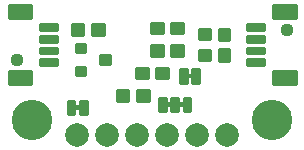
<source format=gts>
G04 EAGLE Gerber RS-274X export*
G75*
%MOMM*%
%FSLAX34Y34*%
%LPD*%
%INSoldermask Top*%
%IPPOS*%
%AMOC8*
5,1,8,0,0,1.08239X$1,22.5*%
G01*
%ADD10C,1.127000*%
%ADD11C,3.429000*%
%ADD12C,0.228344*%
%ADD13C,0.225400*%
%ADD14C,0.225369*%
%ADD15C,0.225588*%
%ADD16C,2.006600*%
%ADD17C,0.428259*%
%ADD18C,0.231750*%

G36*
X160720Y60337D02*
X160720Y60337D01*
X160786Y60339D01*
X160829Y60357D01*
X160876Y60365D01*
X160933Y60399D01*
X160993Y60424D01*
X161028Y60455D01*
X161069Y60480D01*
X161111Y60531D01*
X161159Y60575D01*
X161181Y60617D01*
X161210Y60654D01*
X161231Y60716D01*
X161262Y60775D01*
X161270Y60829D01*
X161282Y60866D01*
X161281Y60906D01*
X161289Y60960D01*
X161289Y63500D01*
X161278Y63565D01*
X161276Y63631D01*
X161258Y63674D01*
X161250Y63721D01*
X161216Y63778D01*
X161191Y63838D01*
X161160Y63873D01*
X161135Y63914D01*
X161084Y63956D01*
X161040Y64004D01*
X160998Y64026D01*
X160961Y64055D01*
X160899Y64076D01*
X160840Y64107D01*
X160786Y64115D01*
X160749Y64127D01*
X160709Y64126D01*
X160655Y64134D01*
X156845Y64134D01*
X156780Y64123D01*
X156714Y64121D01*
X156671Y64103D01*
X156624Y64095D01*
X156567Y64061D01*
X156507Y64036D01*
X156472Y64005D01*
X156431Y63980D01*
X156390Y63929D01*
X156341Y63885D01*
X156319Y63843D01*
X156290Y63806D01*
X156269Y63744D01*
X156238Y63685D01*
X156230Y63631D01*
X156218Y63594D01*
X156218Y63591D01*
X156219Y63554D01*
X156211Y63500D01*
X156211Y60960D01*
X156222Y60895D01*
X156224Y60829D01*
X156242Y60786D01*
X156250Y60739D01*
X156284Y60682D01*
X156309Y60622D01*
X156340Y60587D01*
X156365Y60546D01*
X156416Y60505D01*
X156460Y60456D01*
X156502Y60434D01*
X156539Y60405D01*
X156601Y60384D01*
X156660Y60353D01*
X156714Y60345D01*
X156751Y60333D01*
X156791Y60334D01*
X156845Y60326D01*
X160655Y60326D01*
X160720Y60337D01*
G37*
G36*
X142940Y36207D02*
X142940Y36207D01*
X143006Y36209D01*
X143049Y36227D01*
X143096Y36235D01*
X143153Y36269D01*
X143213Y36294D01*
X143248Y36325D01*
X143289Y36350D01*
X143331Y36401D01*
X143379Y36445D01*
X143401Y36487D01*
X143430Y36524D01*
X143451Y36586D01*
X143482Y36645D01*
X143490Y36699D01*
X143502Y36736D01*
X143501Y36776D01*
X143509Y36830D01*
X143509Y39370D01*
X143498Y39435D01*
X143496Y39501D01*
X143478Y39544D01*
X143470Y39591D01*
X143436Y39648D01*
X143411Y39708D01*
X143380Y39743D01*
X143355Y39784D01*
X143304Y39826D01*
X143260Y39874D01*
X143218Y39896D01*
X143181Y39925D01*
X143119Y39946D01*
X143060Y39977D01*
X143006Y39985D01*
X142969Y39997D01*
X142929Y39996D01*
X142875Y40004D01*
X139065Y40004D01*
X139000Y39993D01*
X138934Y39991D01*
X138891Y39973D01*
X138844Y39965D01*
X138787Y39931D01*
X138727Y39906D01*
X138692Y39875D01*
X138651Y39850D01*
X138610Y39799D01*
X138561Y39755D01*
X138539Y39713D01*
X138510Y39676D01*
X138489Y39614D01*
X138458Y39555D01*
X138450Y39501D01*
X138438Y39464D01*
X138438Y39461D01*
X138439Y39424D01*
X138431Y39370D01*
X138431Y36830D01*
X138442Y36765D01*
X138444Y36699D01*
X138462Y36656D01*
X138470Y36609D01*
X138504Y36552D01*
X138529Y36492D01*
X138560Y36457D01*
X138585Y36416D01*
X138636Y36375D01*
X138680Y36326D01*
X138722Y36304D01*
X138759Y36275D01*
X138821Y36254D01*
X138880Y36223D01*
X138934Y36215D01*
X138971Y36203D01*
X139011Y36204D01*
X139065Y36196D01*
X142875Y36196D01*
X142940Y36207D01*
G37*
G36*
X153100Y36207D02*
X153100Y36207D01*
X153166Y36209D01*
X153209Y36227D01*
X153256Y36235D01*
X153313Y36269D01*
X153373Y36294D01*
X153408Y36325D01*
X153449Y36350D01*
X153491Y36401D01*
X153539Y36445D01*
X153561Y36487D01*
X153590Y36524D01*
X153611Y36586D01*
X153642Y36645D01*
X153650Y36699D01*
X153662Y36736D01*
X153661Y36776D01*
X153669Y36830D01*
X153669Y39370D01*
X153658Y39435D01*
X153656Y39501D01*
X153638Y39544D01*
X153630Y39591D01*
X153596Y39648D01*
X153571Y39708D01*
X153540Y39743D01*
X153515Y39784D01*
X153464Y39826D01*
X153420Y39874D01*
X153378Y39896D01*
X153341Y39925D01*
X153279Y39946D01*
X153220Y39977D01*
X153166Y39985D01*
X153129Y39997D01*
X153089Y39996D01*
X153035Y40004D01*
X149225Y40004D01*
X149160Y39993D01*
X149094Y39991D01*
X149051Y39973D01*
X149004Y39965D01*
X148947Y39931D01*
X148887Y39906D01*
X148852Y39875D01*
X148811Y39850D01*
X148770Y39799D01*
X148721Y39755D01*
X148699Y39713D01*
X148670Y39676D01*
X148649Y39614D01*
X148618Y39555D01*
X148610Y39501D01*
X148598Y39464D01*
X148598Y39461D01*
X148599Y39424D01*
X148591Y39370D01*
X148591Y36830D01*
X148602Y36765D01*
X148604Y36699D01*
X148622Y36656D01*
X148630Y36609D01*
X148664Y36552D01*
X148689Y36492D01*
X148720Y36457D01*
X148745Y36416D01*
X148796Y36375D01*
X148840Y36326D01*
X148882Y36304D01*
X148919Y36275D01*
X148981Y36254D01*
X149040Y36223D01*
X149094Y36215D01*
X149131Y36203D01*
X149171Y36204D01*
X149225Y36196D01*
X153035Y36196D01*
X153100Y36207D01*
G37*
G36*
X65470Y33667D02*
X65470Y33667D01*
X65536Y33669D01*
X65579Y33687D01*
X65626Y33695D01*
X65683Y33729D01*
X65743Y33754D01*
X65778Y33785D01*
X65819Y33810D01*
X65861Y33861D01*
X65909Y33905D01*
X65931Y33947D01*
X65960Y33984D01*
X65981Y34046D01*
X66012Y34105D01*
X66020Y34159D01*
X66032Y34196D01*
X66031Y34236D01*
X66039Y34290D01*
X66039Y36830D01*
X66028Y36895D01*
X66026Y36961D01*
X66008Y37004D01*
X66000Y37051D01*
X65966Y37108D01*
X65941Y37168D01*
X65910Y37203D01*
X65885Y37244D01*
X65834Y37286D01*
X65790Y37334D01*
X65748Y37356D01*
X65711Y37385D01*
X65649Y37406D01*
X65590Y37437D01*
X65536Y37445D01*
X65499Y37457D01*
X65459Y37456D01*
X65405Y37464D01*
X61595Y37464D01*
X61530Y37453D01*
X61464Y37451D01*
X61421Y37433D01*
X61374Y37425D01*
X61317Y37391D01*
X61257Y37366D01*
X61222Y37335D01*
X61181Y37310D01*
X61140Y37259D01*
X61091Y37215D01*
X61069Y37173D01*
X61040Y37136D01*
X61019Y37074D01*
X60988Y37015D01*
X60980Y36961D01*
X60968Y36924D01*
X60968Y36921D01*
X60969Y36884D01*
X60961Y36830D01*
X60961Y34290D01*
X60972Y34225D01*
X60974Y34159D01*
X60992Y34116D01*
X61000Y34069D01*
X61034Y34012D01*
X61059Y33952D01*
X61090Y33917D01*
X61115Y33876D01*
X61166Y33835D01*
X61210Y33786D01*
X61252Y33764D01*
X61289Y33735D01*
X61351Y33714D01*
X61410Y33683D01*
X61464Y33675D01*
X61501Y33663D01*
X61541Y33664D01*
X61595Y33656D01*
X65405Y33656D01*
X65470Y33667D01*
G37*
D10*
X241300Y101600D03*
X12700Y76200D03*
D11*
X228600Y25400D03*
X25400Y25400D03*
D12*
X132840Y32256D02*
X138432Y32256D01*
X132840Y32256D02*
X132840Y43944D01*
X138432Y43944D01*
X138432Y32256D01*
X138432Y34425D02*
X132840Y34425D01*
X132840Y36594D02*
X138432Y36594D01*
X138432Y38763D02*
X132840Y38763D01*
X132840Y40932D02*
X138432Y40932D01*
X138432Y43101D02*
X132840Y43101D01*
X143254Y32256D02*
X148846Y32256D01*
X143254Y32256D02*
X143254Y43944D01*
X148846Y43944D01*
X148846Y32256D01*
X148846Y34425D02*
X143254Y34425D01*
X143254Y36594D02*
X148846Y36594D01*
X148846Y38763D02*
X143254Y38763D01*
X143254Y40932D02*
X148846Y40932D01*
X148846Y43101D02*
X143254Y43101D01*
X153668Y32256D02*
X159260Y32256D01*
X153668Y32256D02*
X153668Y43944D01*
X159260Y43944D01*
X159260Y32256D01*
X159260Y34425D02*
X153668Y34425D01*
X153668Y36594D02*
X159260Y36594D01*
X159260Y38763D02*
X153668Y38763D01*
X153668Y40932D02*
X159260Y40932D01*
X159260Y43101D02*
X153668Y43101D01*
X61089Y29716D02*
X55497Y29716D01*
X55497Y41404D01*
X61089Y41404D01*
X61089Y29716D01*
X61089Y31885D02*
X55497Y31885D01*
X55497Y34054D02*
X61089Y34054D01*
X61089Y36223D02*
X55497Y36223D01*
X55497Y38392D02*
X61089Y38392D01*
X61089Y40561D02*
X55497Y40561D01*
X65911Y29716D02*
X71503Y29716D01*
X65911Y29716D02*
X65911Y41404D01*
X71503Y41404D01*
X71503Y29716D01*
X71503Y31885D02*
X65911Y31885D01*
X65911Y34054D02*
X71503Y34054D01*
X71503Y36223D02*
X65911Y36223D01*
X65911Y38392D02*
X71503Y38392D01*
X71503Y40561D02*
X65911Y40561D01*
X150747Y56386D02*
X156339Y56386D01*
X150747Y56386D02*
X150747Y68074D01*
X156339Y68074D01*
X156339Y56386D01*
X156339Y58555D02*
X150747Y58555D01*
X150747Y60724D02*
X156339Y60724D01*
X156339Y62893D02*
X150747Y62893D01*
X150747Y65062D02*
X156339Y65062D01*
X156339Y67231D02*
X150747Y67231D01*
X161161Y56386D02*
X166753Y56386D01*
X161161Y56386D02*
X161161Y68074D01*
X166753Y68074D01*
X166753Y56386D01*
X166753Y58555D02*
X161161Y58555D01*
X161161Y60724D02*
X166753Y60724D01*
X166753Y62893D02*
X161161Y62893D01*
X161161Y65062D02*
X166753Y65062D01*
X166753Y67231D02*
X161161Y67231D01*
D13*
X136208Y98362D02*
X126192Y98362D01*
X126192Y107378D01*
X136208Y107378D01*
X136208Y98362D01*
X136208Y100503D02*
X126192Y100503D01*
X126192Y102644D02*
X136208Y102644D01*
X136208Y104785D02*
X126192Y104785D01*
X126192Y106926D02*
X136208Y106926D01*
X143192Y98362D02*
X153208Y98362D01*
X143192Y98362D02*
X143192Y107378D01*
X153208Y107378D01*
X153208Y98362D01*
X153208Y100503D02*
X143192Y100503D01*
X143192Y102644D02*
X153208Y102644D01*
X153208Y104785D02*
X143192Y104785D01*
X143192Y106926D02*
X153208Y106926D01*
X106998Y41212D02*
X96982Y41212D01*
X96982Y50228D01*
X106998Y50228D01*
X106998Y41212D01*
X106998Y43353D02*
X96982Y43353D01*
X96982Y45494D02*
X106998Y45494D01*
X106998Y47635D02*
X96982Y47635D01*
X96982Y49776D02*
X106998Y49776D01*
X113982Y41212D02*
X123998Y41212D01*
X113982Y41212D02*
X113982Y50228D01*
X123998Y50228D01*
X123998Y41212D01*
X123998Y43353D02*
X113982Y43353D01*
X113982Y45494D02*
X123998Y45494D01*
X123998Y47635D02*
X113982Y47635D01*
X113982Y49776D02*
X123998Y49776D01*
X143192Y88328D02*
X153208Y88328D01*
X153208Y79312D01*
X143192Y79312D01*
X143192Y88328D01*
X143192Y81453D02*
X153208Y81453D01*
X153208Y83594D02*
X143192Y83594D01*
X143192Y85735D02*
X153208Y85735D01*
X153208Y87876D02*
X143192Y87876D01*
X136208Y88328D02*
X126192Y88328D01*
X136208Y88328D02*
X136208Y79312D01*
X126192Y79312D01*
X126192Y88328D01*
X126192Y81453D02*
X136208Y81453D01*
X136208Y83594D02*
X126192Y83594D01*
X126192Y85735D02*
X136208Y85735D01*
X136208Y87876D02*
X126192Y87876D01*
D14*
X46498Y76408D02*
X46498Y71392D01*
X31982Y71392D01*
X31982Y76408D01*
X46498Y76408D01*
X46498Y73533D02*
X31982Y73533D01*
X31982Y75674D02*
X46498Y75674D01*
X46498Y81392D02*
X46498Y86408D01*
X46498Y81392D02*
X31982Y81392D01*
X31982Y86408D01*
X46498Y86408D01*
X46498Y83533D02*
X31982Y83533D01*
X31982Y85674D02*
X46498Y85674D01*
X46498Y91392D02*
X46498Y96408D01*
X46498Y91392D02*
X31982Y91392D01*
X31982Y96408D01*
X46498Y96408D01*
X46498Y93533D02*
X31982Y93533D01*
X31982Y95674D02*
X46498Y95674D01*
X46498Y101392D02*
X46498Y106408D01*
X46498Y101392D02*
X31982Y101392D01*
X31982Y106408D01*
X46498Y106408D01*
X46498Y103533D02*
X31982Y103533D01*
X31982Y105674D02*
X46498Y105674D01*
D15*
X24497Y66407D02*
X24497Y55393D01*
X5483Y55393D01*
X5483Y66407D01*
X24497Y66407D01*
X24497Y57536D02*
X5483Y57536D01*
X5483Y59679D02*
X24497Y59679D01*
X24497Y61822D02*
X5483Y61822D01*
X5483Y63965D02*
X24497Y63965D01*
X24497Y66108D02*
X5483Y66108D01*
X24497Y111393D02*
X24497Y122407D01*
X24497Y111393D02*
X5483Y111393D01*
X5483Y122407D01*
X24497Y122407D01*
X24497Y113536D02*
X5483Y113536D01*
X5483Y115679D02*
X24497Y115679D01*
X24497Y117822D02*
X5483Y117822D01*
X5483Y119965D02*
X24497Y119965D01*
X24497Y122108D02*
X5483Y122108D01*
D14*
X207502Y106408D02*
X207502Y101392D01*
X207502Y106408D02*
X222018Y106408D01*
X222018Y101392D01*
X207502Y101392D01*
X207502Y103533D02*
X222018Y103533D01*
X222018Y105674D02*
X207502Y105674D01*
X207502Y96408D02*
X207502Y91392D01*
X207502Y96408D02*
X222018Y96408D01*
X222018Y91392D01*
X207502Y91392D01*
X207502Y93533D02*
X222018Y93533D01*
X222018Y95674D02*
X207502Y95674D01*
X207502Y86408D02*
X207502Y81392D01*
X207502Y86408D02*
X222018Y86408D01*
X222018Y81392D01*
X207502Y81392D01*
X207502Y83533D02*
X222018Y83533D01*
X222018Y85674D02*
X207502Y85674D01*
X207502Y76408D02*
X207502Y71392D01*
X207502Y76408D02*
X222018Y76408D01*
X222018Y71392D01*
X207502Y71392D01*
X207502Y73533D02*
X222018Y73533D01*
X222018Y75674D02*
X207502Y75674D01*
D15*
X229503Y111393D02*
X229503Y122407D01*
X248517Y122407D01*
X248517Y111393D01*
X229503Y111393D01*
X229503Y113536D02*
X248517Y113536D01*
X248517Y115679D02*
X229503Y115679D01*
X229503Y117822D02*
X248517Y117822D01*
X248517Y119965D02*
X229503Y119965D01*
X229503Y122108D02*
X248517Y122108D01*
X229503Y66407D02*
X229503Y55393D01*
X229503Y66407D02*
X248517Y66407D01*
X248517Y55393D01*
X229503Y55393D01*
X229503Y57536D02*
X248517Y57536D01*
X248517Y59679D02*
X229503Y59679D01*
X229503Y61822D02*
X248517Y61822D01*
X248517Y63965D02*
X229503Y63965D01*
X229503Y66108D02*
X248517Y66108D01*
D13*
X123508Y60262D02*
X113492Y60262D01*
X113492Y69278D01*
X123508Y69278D01*
X123508Y60262D01*
X123508Y62403D02*
X113492Y62403D01*
X113492Y64544D02*
X123508Y64544D01*
X123508Y66685D02*
X113492Y66685D01*
X113492Y68826D02*
X123508Y68826D01*
X130492Y60262D02*
X140508Y60262D01*
X130492Y60262D02*
X130492Y69278D01*
X140508Y69278D01*
X140508Y60262D01*
X140508Y62403D02*
X130492Y62403D01*
X130492Y64544D02*
X140508Y64544D01*
X140508Y66685D02*
X130492Y66685D01*
X130492Y68826D02*
X140508Y68826D01*
D16*
X63500Y12700D03*
X88900Y12700D03*
X114300Y12700D03*
X139700Y12700D03*
X165100Y12700D03*
X190500Y12700D03*
D17*
X174944Y83624D02*
X167956Y83624D01*
X174944Y83624D02*
X174944Y76636D01*
X167956Y76636D01*
X167956Y83624D01*
X167956Y80705D02*
X174944Y80705D01*
X174944Y101164D02*
X167956Y101164D01*
X174944Y101164D02*
X174944Y94176D01*
X167956Y94176D01*
X167956Y101164D01*
X167956Y98245D02*
X174944Y98245D01*
D13*
X183452Y102408D02*
X183452Y92392D01*
X183452Y102408D02*
X192468Y102408D01*
X192468Y92392D01*
X183452Y92392D01*
X183452Y94533D02*
X192468Y94533D01*
X192468Y96674D02*
X183452Y96674D01*
X183452Y98815D02*
X192468Y98815D01*
X192468Y100956D02*
X183452Y100956D01*
X183452Y85408D02*
X183452Y75392D01*
X183452Y85408D02*
X192468Y85408D01*
X192468Y75392D01*
X183452Y75392D01*
X183452Y77533D02*
X192468Y77533D01*
X192468Y79674D02*
X183452Y79674D01*
X183452Y81815D02*
X192468Y81815D01*
X192468Y83956D02*
X183452Y83956D01*
D18*
X62224Y82224D02*
X62224Y89176D01*
X70176Y89176D01*
X70176Y82224D01*
X62224Y82224D01*
X62224Y84426D02*
X70176Y84426D01*
X70176Y86628D02*
X62224Y86628D01*
X62224Y88830D02*
X70176Y88830D01*
X62224Y70176D02*
X62224Y63224D01*
X62224Y70176D02*
X70176Y70176D01*
X70176Y63224D01*
X62224Y63224D01*
X62224Y65426D02*
X70176Y65426D01*
X70176Y67628D02*
X62224Y67628D01*
X62224Y69830D02*
X70176Y69830D01*
X83224Y72724D02*
X83224Y79676D01*
X91176Y79676D01*
X91176Y72724D01*
X83224Y72724D01*
X83224Y74926D02*
X91176Y74926D01*
X91176Y77128D02*
X83224Y77128D01*
X83224Y79330D02*
X91176Y79330D01*
D13*
X68898Y97092D02*
X58882Y97092D01*
X58882Y106108D01*
X68898Y106108D01*
X68898Y97092D01*
X68898Y99233D02*
X58882Y99233D01*
X58882Y101374D02*
X68898Y101374D01*
X68898Y103515D02*
X58882Y103515D01*
X58882Y105656D02*
X68898Y105656D01*
X75882Y97092D02*
X85898Y97092D01*
X75882Y97092D02*
X75882Y106108D01*
X85898Y106108D01*
X85898Y97092D01*
X85898Y99233D02*
X75882Y99233D01*
X75882Y101374D02*
X85898Y101374D01*
X85898Y103515D02*
X75882Y103515D01*
X75882Y105656D02*
X85898Y105656D01*
M02*

</source>
